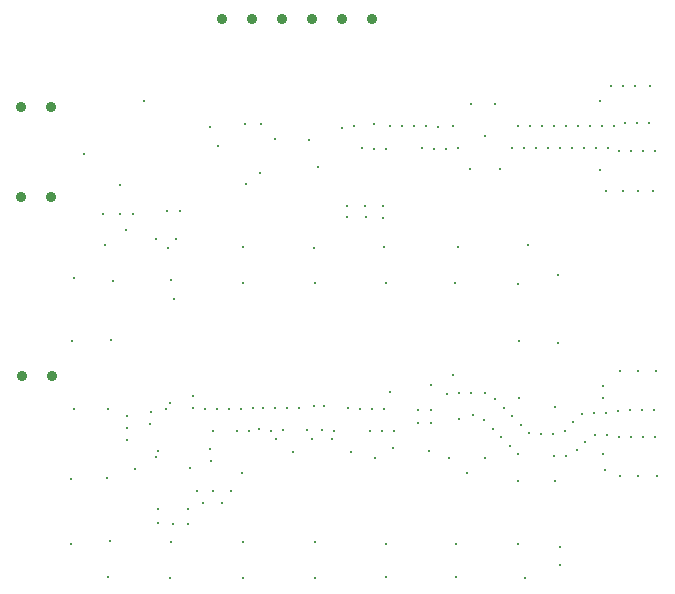
<source format=gbr>
%TF.GenerationSoftware,Altium Limited,Altium Designer,22.6.1 (34)*%
G04 Layer_Color=0*
%FSLAX26Y26*%
%MOIN*%
%TF.SameCoordinates,2B337168-DF0E-4336-AB3C-9C7F5D13073F*%
%TF.FilePolarity,Positive*%
%TF.FileFunction,Plated,1,2,PTH,Drill*%
%TF.Part,Single*%
G01*
G75*
%TA.AperFunction,ComponentDrill*%
%ADD77C,0.035433*%
%TA.AperFunction,ViaDrill,NotFilled*%
%ADD78C,0.010000*%
D77*
X1152450Y1505000D02*
D03*
X1252450D02*
D03*
X2320000Y2695000D02*
D03*
X2220000D02*
D03*
X2120000D02*
D03*
X2020000D02*
D03*
X1920000D02*
D03*
X1820000D02*
D03*
X1150000Y2100000D02*
D03*
X1250000D02*
D03*
X1150000Y2400000D02*
D03*
X1250000D02*
D03*
D78*
X2605000Y1935000D02*
D03*
X2360000D02*
D03*
X2125000Y1930000D02*
D03*
X1890000Y1935000D02*
D03*
X1640000Y1930000D02*
D03*
X1430000Y1940000D02*
D03*
X1325000Y1830000D02*
D03*
X1320000Y1620000D02*
D03*
X1325000Y1395000D02*
D03*
X1315000Y1160000D02*
D03*
Y945000D02*
D03*
X1440000Y835000D02*
D03*
X1645000Y830000D02*
D03*
X1890000D02*
D03*
X2130000D02*
D03*
X2365000Y835000D02*
D03*
X2600000D02*
D03*
X2830000Y830000D02*
D03*
X2945000Y875000D02*
D03*
Y935000D02*
D03*
X2930000Y1155000D02*
D03*
Y1400000D02*
D03*
X2940000Y1615000D02*
D03*
Y1840000D02*
D03*
X2840000Y1940000D02*
D03*
X2600000Y945000D02*
D03*
X2365000D02*
D03*
X2130000Y950000D02*
D03*
X1890000D02*
D03*
X1650000D02*
D03*
X1445000Y955000D02*
D03*
X1435000Y1165000D02*
D03*
X1440000Y1395000D02*
D03*
X1450000Y1625000D02*
D03*
X1455000Y1820000D02*
D03*
X1650000Y1825000D02*
D03*
X1890000Y1815000D02*
D03*
X2130000D02*
D03*
X2365000D02*
D03*
X2595000D02*
D03*
X2810000Y1620000D02*
D03*
Y1430000D02*
D03*
X2805000Y1155000D02*
D03*
Y945000D02*
D03*
Y1810000D02*
D03*
X2575000Y1230000D02*
D03*
X2695000D02*
D03*
X2635000Y1180000D02*
D03*
X1501892Y1369761D02*
D03*
X1502785Y1329771D02*
D03*
X1501892Y1289781D02*
D03*
X1603958Y1256096D02*
D03*
X1582502Y1383973D02*
D03*
X1580325Y1344033D02*
D03*
X1710458Y1197785D02*
D03*
X1783108Y1221569D02*
D03*
X1779641Y1261418D02*
D03*
X1632142Y1394074D02*
D03*
X1646568Y1416061D02*
D03*
X1788933Y1320344D02*
D03*
X1868933D02*
D03*
X1908933D02*
D03*
X1921668Y1398108D02*
D03*
X1881807Y1394774D02*
D03*
X1841807D02*
D03*
X1801807D02*
D03*
X1761807D02*
D03*
X1721975Y1398435D02*
D03*
X1722551Y1438431D02*
D03*
X2076288Y1397215D02*
D03*
X2036288Y1397215D02*
D03*
X1996288D02*
D03*
X1956298Y1398108D02*
D03*
X1942424Y1326212D02*
D03*
X1982190Y1321892D02*
D03*
X2022180Y1322785D02*
D03*
X2102133Y1322785D02*
D03*
X2125000Y1405000D02*
D03*
X2150981Y1325466D02*
D03*
X2190820Y1321892D02*
D03*
X2310742Y1320344D02*
D03*
X2350742D02*
D03*
X2390742D02*
D03*
X2357723Y1394774D02*
D03*
X2317723D02*
D03*
X2277723D02*
D03*
X2237798Y1397215D02*
D03*
X2160000Y1405000D02*
D03*
X2649407Y1447215D02*
D03*
X2609407D02*
D03*
X2569647Y1442840D02*
D03*
X2656363Y1372785D02*
D03*
X2693164Y1357111D02*
D03*
X2721448Y1328827D02*
D03*
X2749733Y1300543D02*
D03*
X2778017Y1272259D02*
D03*
X2806947Y1244635D02*
D03*
X2926356Y1237785D02*
D03*
X2966356Y1237897D02*
D03*
X3001115Y1257691D02*
D03*
X3029399Y1285975D02*
D03*
X3062930Y1307785D02*
D03*
X3102930D02*
D03*
X3142165Y1300000D02*
D03*
X3182163Y1299608D02*
D03*
X3222163D02*
D03*
X3262163D02*
D03*
X3258030Y1390392D02*
D03*
X3218030D02*
D03*
X3178030D02*
D03*
X3138049Y1389181D02*
D03*
X3098660Y1382215D02*
D03*
X3058660D02*
D03*
X3018898Y1377859D02*
D03*
X2989212Y1351049D02*
D03*
X2960928Y1322765D02*
D03*
X2922344Y1312215D02*
D03*
X2882344D02*
D03*
X2842356Y1313180D02*
D03*
X2814072Y1341464D02*
D03*
X2785787Y1369748D02*
D03*
X2757503Y1398033D02*
D03*
X2729219Y1426317D02*
D03*
X2694875Y1446823D02*
D03*
X3242734Y2346612D02*
D03*
X3202734D02*
D03*
X3162734D02*
D03*
X3123853Y2337215D02*
D03*
X3083853D02*
D03*
X3043853D02*
D03*
X3003853D02*
D03*
X2963853D02*
D03*
X2923853D02*
D03*
X2883853D02*
D03*
X2843853D02*
D03*
X2803853D02*
D03*
X2783992Y2262785D02*
D03*
X2823992D02*
D03*
X2863992D02*
D03*
X2903992D02*
D03*
X2943992D02*
D03*
X2983992D02*
D03*
X3023992D02*
D03*
X3063992D02*
D03*
X3103992D02*
D03*
X3143382Y2255829D02*
D03*
X3183382D02*
D03*
X3223382D02*
D03*
X3263382D02*
D03*
X1705000Y1060000D02*
D03*
X1530000Y1195000D02*
D03*
X1600000Y1235000D02*
D03*
X1605000Y1015000D02*
D03*
Y1060000D02*
D03*
X1655000Y1010000D02*
D03*
X1705000D02*
D03*
X1755000Y1080000D02*
D03*
X1820000D02*
D03*
X1735000Y1120000D02*
D03*
X1850000D02*
D03*
X1790000D02*
D03*
X1885000Y1180000D02*
D03*
X2055000Y1250000D02*
D03*
X2250000D02*
D03*
X2000000Y1295000D02*
D03*
X2120000D02*
D03*
X2185000D02*
D03*
X1660000Y1760000D02*
D03*
X2330000Y1230000D02*
D03*
X2379882Y1451653D02*
D03*
X2390000Y1265000D02*
D03*
X2516653Y1348347D02*
D03*
X2473346D02*
D03*
X2516653Y1391654D02*
D03*
X2473346D02*
D03*
X2510000Y1255000D02*
D03*
X2515000Y1475000D02*
D03*
X3205000Y1170000D02*
D03*
X3145000D02*
D03*
X3270000D02*
D03*
X3095000Y1190000D02*
D03*
X3090000Y1245000D02*
D03*
X2610000Y1360000D02*
D03*
X3090000Y1430000D02*
D03*
Y1470000D02*
D03*
X2590028Y1507956D02*
D03*
X3145000Y1520000D02*
D03*
X3205000D02*
D03*
X3265000D02*
D03*
X1780000Y2335000D02*
D03*
X1995000Y2295000D02*
D03*
X1945000Y2180000D02*
D03*
X1895000Y2345000D02*
D03*
X1560000Y2420000D02*
D03*
X1497729Y1990692D02*
D03*
X1597729Y1960692D02*
D03*
X1422729Y2045692D02*
D03*
X1477729Y2140692D02*
D03*
Y2045692D02*
D03*
X1522729D02*
D03*
X1805000Y2270000D02*
D03*
X1900000Y2145000D02*
D03*
X1950000Y2345000D02*
D03*
X1665000Y1960000D02*
D03*
X1635000Y2055000D02*
D03*
X3080000Y2420000D02*
D03*
Y2190000D02*
D03*
X3100000Y2120000D02*
D03*
X3155000D02*
D03*
X3205000D02*
D03*
X3255000D02*
D03*
X3155000Y2470000D02*
D03*
X3245000D02*
D03*
X3195000D02*
D03*
X3115000D02*
D03*
X2730000Y2410000D02*
D03*
X2650000D02*
D03*
X2645000Y2195000D02*
D03*
X2745000D02*
D03*
X2235000Y2035000D02*
D03*
X2300000D02*
D03*
X2355000Y2030000D02*
D03*
Y2070000D02*
D03*
X2295000D02*
D03*
X2235000D02*
D03*
X1680000Y2055000D02*
D03*
X2258149Y2337215D02*
D03*
X2218771Y2330185D02*
D03*
X2284692Y2262785D02*
D03*
X2324692Y2262676D02*
D03*
X2325000Y2345000D02*
D03*
X2564223Y2261892D02*
D03*
X2604213Y2262785D02*
D03*
X2693738Y2305897D02*
D03*
X2587798Y2337215D02*
D03*
X2366359Y2261892D02*
D03*
X2486303Y2262785D02*
D03*
X2526293Y2261892D02*
D03*
X2540115Y2333802D02*
D03*
X2500347Y2338108D02*
D03*
X2460357Y2337215D02*
D03*
X2420357D02*
D03*
X2380357D02*
D03*
X2110000Y2290000D02*
D03*
X2140000Y2200000D02*
D03*
X1360000Y2245000D02*
D03*
%TF.MD5,2661305c82e81179f3616feba5382dd0*%
M02*

</source>
